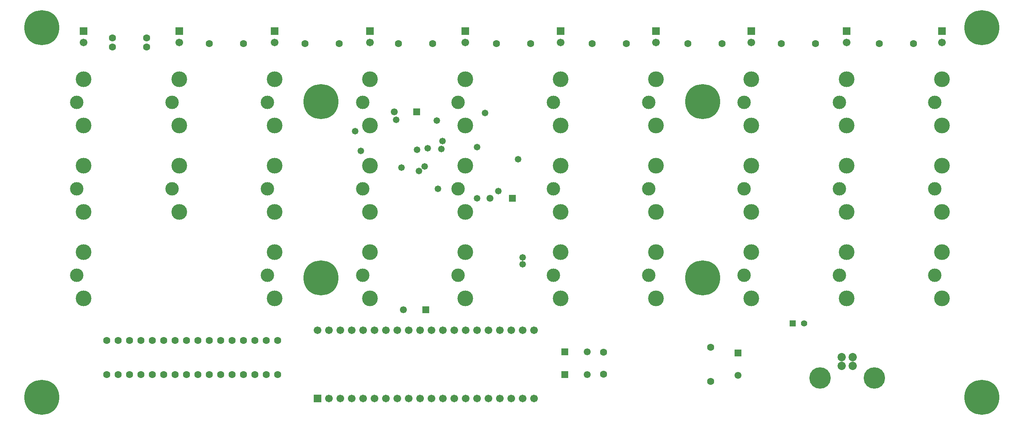
<source format=gbs>
%FSLAX23Y23*%
%MOIN*%
G70*
G01*
G75*
%ADD10R,0.012X0.059*%
%ADD11O,0.012X0.059*%
%ADD12C,0.010*%
%ADD13C,0.300*%
%ADD14C,0.055*%
%ADD15C,0.180*%
%ADD16C,0.065*%
%ADD17C,0.059*%
%ADD18R,0.059X0.059*%
%ADD19C,0.053*%
%ADD20R,0.053X0.053*%
%ADD21R,0.047X0.047*%
%ADD22C,0.047*%
%ADD23C,0.059*%
%ADD24R,0.059X0.059*%
%ADD25C,0.110*%
%ADD26C,0.130*%
%ADD27C,0.050*%
%ADD28C,0.008*%
%ADD29C,0.006*%
%ADD30R,0.020X0.067*%
%ADD31O,0.020X0.067*%
%ADD32C,0.308*%
%ADD33C,0.063*%
%ADD34C,0.188*%
%ADD35C,0.073*%
%ADD36C,0.067*%
%ADD37R,0.067X0.067*%
%ADD38C,0.061*%
%ADD39R,0.061X0.061*%
%ADD40R,0.055X0.055*%
%ADD41C,0.055*%
%ADD42C,0.067*%
%ADD43R,0.067X0.067*%
%ADD44C,0.118*%
%ADD45C,0.138*%
%ADD46C,0.058*%
D32*
X250Y250D02*
D03*
X2700Y1300D02*
D03*
Y2850D02*
D03*
X250Y3500D02*
D03*
X8500Y250D02*
D03*
X6050Y1300D02*
D03*
Y2850D02*
D03*
X8500Y3500D02*
D03*
D33*
X820Y750D02*
D03*
Y450D02*
D03*
X920Y750D02*
D03*
Y450D02*
D03*
X1020Y750D02*
D03*
Y450D02*
D03*
X1120Y750D02*
D03*
Y450D02*
D03*
X1220Y750D02*
D03*
Y450D02*
D03*
X1320Y750D02*
D03*
Y450D02*
D03*
X1420Y750D02*
D03*
Y450D02*
D03*
X1520Y750D02*
D03*
Y450D02*
D03*
X2320D02*
D03*
Y750D02*
D03*
X2220Y450D02*
D03*
Y750D02*
D03*
X2120Y450D02*
D03*
Y750D02*
D03*
X2020Y450D02*
D03*
Y750D02*
D03*
X1920Y450D02*
D03*
Y750D02*
D03*
X1820Y450D02*
D03*
Y750D02*
D03*
X1720Y450D02*
D03*
Y750D02*
D03*
X1620Y450D02*
D03*
Y750D02*
D03*
X6120Y390D02*
D03*
Y690D02*
D03*
X5180Y454D02*
D03*
Y646D02*
D03*
X7900Y3360D02*
D03*
X7600D02*
D03*
X7040D02*
D03*
X6740D02*
D03*
X6220D02*
D03*
X5920D02*
D03*
X5380D02*
D03*
X5080D02*
D03*
X4540D02*
D03*
X4240D02*
D03*
X3680D02*
D03*
X3380D02*
D03*
X2860D02*
D03*
X2560D02*
D03*
X2020D02*
D03*
X1720D02*
D03*
X1170Y3330D02*
D03*
X870D02*
D03*
X1170Y3410D02*
D03*
X870D02*
D03*
D34*
X7080Y420D02*
D03*
X7554D02*
D03*
D35*
X7268Y527D02*
D03*
Y605D02*
D03*
X7366D02*
D03*
X7366Y527D02*
D03*
D36*
X4570Y840D02*
D03*
X4470D02*
D03*
X4370D02*
D03*
X4270D02*
D03*
X4170D02*
D03*
X4070D02*
D03*
X3970D02*
D03*
X3870D02*
D03*
X3770D02*
D03*
X3670D02*
D03*
X3570D02*
D03*
X3470D02*
D03*
X3370D02*
D03*
X3270D02*
D03*
X3170D02*
D03*
X3070D02*
D03*
X2970D02*
D03*
X2870D02*
D03*
X2770D02*
D03*
X2670D02*
D03*
X4570Y240D02*
D03*
X4470D02*
D03*
X4370D02*
D03*
X4270D02*
D03*
X4170D02*
D03*
X4070D02*
D03*
X3970D02*
D03*
X3870D02*
D03*
X3770D02*
D03*
X3670D02*
D03*
X3570D02*
D03*
X3470D02*
D03*
X3370D02*
D03*
X3270D02*
D03*
X3170D02*
D03*
X3070D02*
D03*
X2970D02*
D03*
X2870D02*
D03*
X2770D02*
D03*
D37*
X2670D02*
D03*
D38*
X3423Y1020D02*
D03*
X4183Y2000D02*
D03*
X3343Y2760D02*
D03*
X6360Y443D02*
D03*
X5037Y450D02*
D03*
Y650D02*
D03*
D39*
X3620Y1020D02*
D03*
X4380Y2000D02*
D03*
X3540Y2760D02*
D03*
X6360Y640D02*
D03*
X4840Y450D02*
D03*
Y650D02*
D03*
D40*
X6840Y900D02*
D03*
D41*
X6940D02*
D03*
D42*
X8150Y3370D02*
D03*
X7313D02*
D03*
X6476D02*
D03*
X5639D02*
D03*
X4802D02*
D03*
X3965D02*
D03*
X3128D02*
D03*
X2291D02*
D03*
X1454D02*
D03*
X617D02*
D03*
D43*
X8150Y3470D02*
D03*
X7313D02*
D03*
X6476D02*
D03*
X5639D02*
D03*
X4802D02*
D03*
X3965D02*
D03*
X3128D02*
D03*
X2291D02*
D03*
X1454D02*
D03*
X617D02*
D03*
D44*
X2228Y2843D02*
D03*
X3065D02*
D03*
X3902D02*
D03*
X4739D02*
D03*
X5576D02*
D03*
X6413D02*
D03*
X7250D02*
D03*
X8087D02*
D03*
X2228Y1323D02*
D03*
X3065D02*
D03*
X3902D02*
D03*
X4739D02*
D03*
X5576D02*
D03*
X6413D02*
D03*
X7250D02*
D03*
X8087D02*
D03*
X554Y2843D02*
D03*
X2228Y2083D02*
D03*
X3065D02*
D03*
X3902D02*
D03*
X4739D02*
D03*
X5576D02*
D03*
X6413D02*
D03*
X7250D02*
D03*
X8087D02*
D03*
X554D02*
D03*
Y1323D02*
D03*
X1391Y2843D02*
D03*
Y2083D02*
D03*
D45*
X2291Y2640D02*
D03*
Y3046D02*
D03*
X3128Y2640D02*
D03*
Y3046D02*
D03*
X3965Y2640D02*
D03*
Y3046D02*
D03*
X4802Y2640D02*
D03*
Y3046D02*
D03*
X5639Y2640D02*
D03*
Y3046D02*
D03*
X6476Y2640D02*
D03*
Y3046D02*
D03*
X7313Y2640D02*
D03*
Y3046D02*
D03*
X8150Y2640D02*
D03*
Y3046D02*
D03*
X2291Y1120D02*
D03*
Y1526D02*
D03*
X3128Y1120D02*
D03*
Y1526D02*
D03*
X3965Y1120D02*
D03*
Y1526D02*
D03*
X4802Y1120D02*
D03*
Y1526D02*
D03*
X5639Y1120D02*
D03*
Y1526D02*
D03*
X6476Y1120D02*
D03*
Y1526D02*
D03*
X7313Y1120D02*
D03*
Y1526D02*
D03*
X8150Y1120D02*
D03*
Y1526D02*
D03*
X617Y3046D02*
D03*
Y2640D02*
D03*
X2291Y1880D02*
D03*
Y2286D02*
D03*
X3128Y1880D02*
D03*
Y2286D02*
D03*
X3965Y1880D02*
D03*
Y2286D02*
D03*
X4802Y1880D02*
D03*
Y2286D02*
D03*
X5639Y1880D02*
D03*
Y2286D02*
D03*
X6476Y1880D02*
D03*
Y2286D02*
D03*
X7313Y1880D02*
D03*
Y2286D02*
D03*
X8150Y1880D02*
D03*
Y2286D02*
D03*
X617Y1880D02*
D03*
Y2286D02*
D03*
Y1120D02*
D03*
Y1526D02*
D03*
X1454Y2640D02*
D03*
Y3046D02*
D03*
Y1880D02*
D03*
Y2286D02*
D03*
D46*
X4429Y2343D02*
D03*
X3542Y2426D02*
D03*
X3610Y2280D02*
D03*
X3559Y2240D02*
D03*
X3636Y2442D02*
D03*
X4470Y1480D02*
D03*
Y1420D02*
D03*
X2999Y2590D02*
D03*
X3757Y2435D02*
D03*
X3727Y2083D02*
D03*
X3716Y2683D02*
D03*
X4139Y2750D02*
D03*
X4256Y2064D02*
D03*
X3404Y2269D02*
D03*
X4070Y2452D02*
D03*
Y2000D02*
D03*
X3767Y2505D02*
D03*
X3048Y2416D02*
D03*
X3360Y2692D02*
D03*
M02*

</source>
